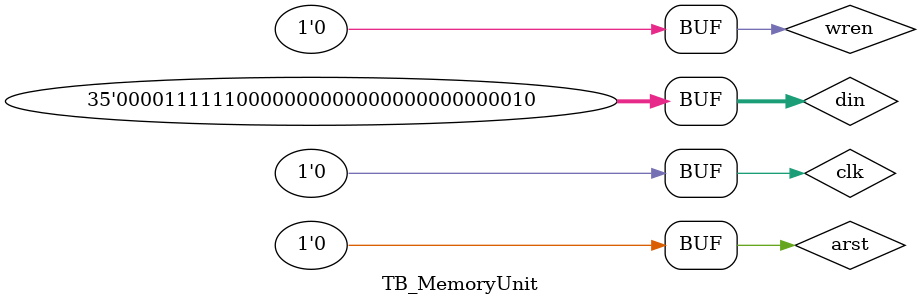
<source format=v>
`timescale 1ns / 1ps


module TB_MemoryUnit;

	// Inputs
	reg arst;
	reg clk;
	reg wren;
	reg [34:0] din;

	// Outputs
	wire [34:0] dout;

	// Instantiate the Unit Under Test (UUT)
	MemoryUnit uut (
		.arst(arst), 
		.clk(clk), 
		.wren(wren), 
		.din(din), 
		.dout(dout)
	);
	
	initial begin
		clk = 0;
		repeat (20)
			# 10 clk = ~ clk;
	end

	initial begin
		arst = 0;
		din = 35'b00000000000000000000000000000000000;
		wren = 0;
		# 25
		din = 35'b00000000000000000000000000000000010;
		# 25
		wren = 1'b1;
		# 30
		wren = 0;
		# 10
		din = 35'b00001111110000000000000000000000010;
		# 20
		arst = 1;
		# 10
		arst = 0;
	end
      
endmodule


</source>
